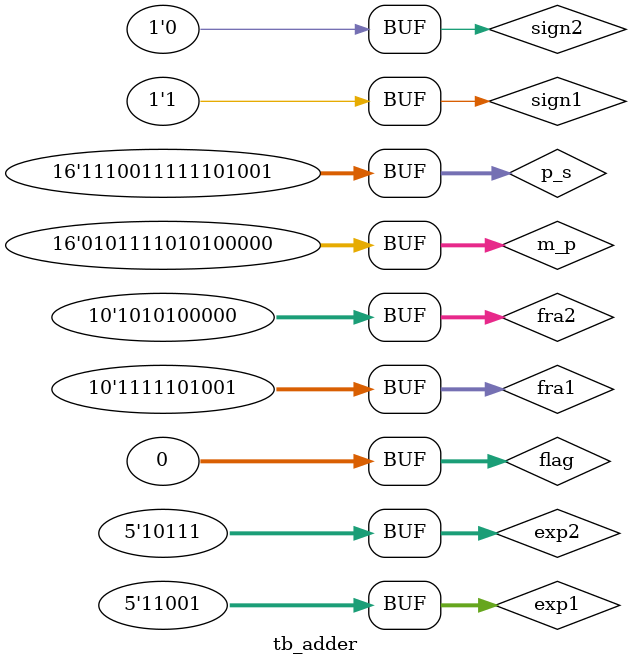
<source format=sv>

module tb_adder;
wire [15:0] sum, p_s, m_p;
reg sign1, sign2;
reg [4:0] exp1, exp2;
reg [9:0] fra1, fra2;
integer flag = 0;

assign p_s = {sign1, exp1, fra1};
assign m_p = {sign2, exp2, fra2};

adder dut(p_s, m_p, sum);

initial
begin  
  {sign1, exp1, fra1} = {1'b0, 5'b01111, 10'b0000000000};
  {sign2, exp2, fra2} = {1'b0, 5'b10001, 10'b0100000000};
  #100 
  if (sum !== 16'h4600)
  begin
    $display("result 1 is wrong");
	 flag = flag + 1;
  end
  
  {sign1, exp1, fra1} = {1'b0, 5'b01111, 10'b0000000000};
  {sign2, exp2, fra2} = {1'b0, 5'b10011, 10'b1111000000};
  #100 
  if (sum !== 16'h5000)
  begin
    $display("result 2 is wrong");
	 flag = flag + 1;
  end
  
  {sign1, exp1, fra1} = {1'b0, 5'b10010, 10'b0100000000};
  {sign2, exp2, fra2} = {1'b0, 5'b10011, 10'b0100000000};
  #100
  if (sum !== 16'h4F80)
  begin
    $display("result 3 is wrong");
	 flag = flag + 1;
  end
  
  {sign1, exp1, fra1} = {1'b1, 5'b10101, 10'b1001000000};
  {sign2, exp2, fra2} = {1'b0, 5'b10101, 10'b1011100000};
  #100
  if (sum !== 16'h4900)
  begin
    $display("result 4 is wrong");
	 flag = flag + 1;
  end
  
  {sign1, exp1, fra1} = {1'b0, 5'b10000, 10'b0000000000};
  {sign2, exp2, fra2} = {1'b0, 5'b10001, 10'b0000000000};
  #100
  if (sum !== 16'h4600)
  begin
    $display("result 5 is wrong");
	 flag = flag + 1;
  end
  
  {sign1, exp1, fra1} = {1'b1, 5'b10000, 10'b0000000000};
  {sign2, exp2, fra2} = {1'b0, 5'b10000, 10'b0000000000};
  #100
  if (sum !== 16'h0000)
  begin
    $display("result 6 is wrong");
	 flag = flag + 1;
  end
  
  {sign1, exp1, fra1} = {1'b0, 5'b10101, 10'b1010100000};
  {sign2, exp2, fra2} = {1'b1, 5'b10011, 10'b0110000000};
  #100
  if (sum !== 16'h5540)
  begin
    $display("result 7 is wrong");
	 flag = flag + 1;
  end
  
  {sign1, exp1, fra1} = {1'b1, 5'b11001, 10'b1111101001};
  {sign2, exp2, fra2} = {1'b0, 5'b10111, 10'b1010100000};
  #100
  if (sum !== 16'hE641)
  begin
    $display("result 8 is wrong");
	 flag = flag + 1;
  end
  
  if (!flag)
    $display("hooray! it was all correct!!");
end
endmodule
</source>
